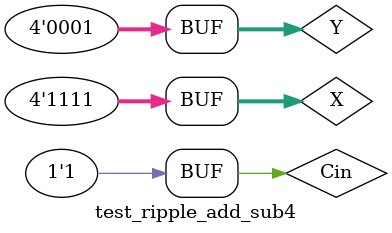
<source format=v>
`timescale 1ns / 1ps


module test_ripple_add_sub4;

    // Inputs
    reg [3:0] X, Y;
    reg Cin;

    // Outputs
    wire Cout;
    wire [3:0] S;

    // Instantiate the module
    ripple_add_sub4 uut (
        .X(X),
        .Y(Y),
        .Cin(Cin),
        .Cout(Cout),
        .S(S)
    );

    initial begin
        X = 4'b0000; Y = 4'b0001; Cin = 0; #10;
        X = 4'b1000; Y = 4'b0001; Cin = 0; #10;
        X = 4'b1000; Y = 4'b1100; Cin = 0; #10;

        X = 4'b0001; Y = 4'b0001; Cin = 1; #10;
        X = 4'b0000; Y = 4'b0100; Cin = 1; #10; 
        X = 4'b1001; Y = 4'b1000; Cin = 1; #10;
        X = 4'b1111; Y = 4'b0001; Cin = 1; #10;


    end

    always @(X, Y, Cin) begin
        #1;

        $display("X=%b, Y=%b, Cin=%b, S=%b, Cout=%b", X, Y, Cin, S, Cout);
    end
endmodule

</source>
